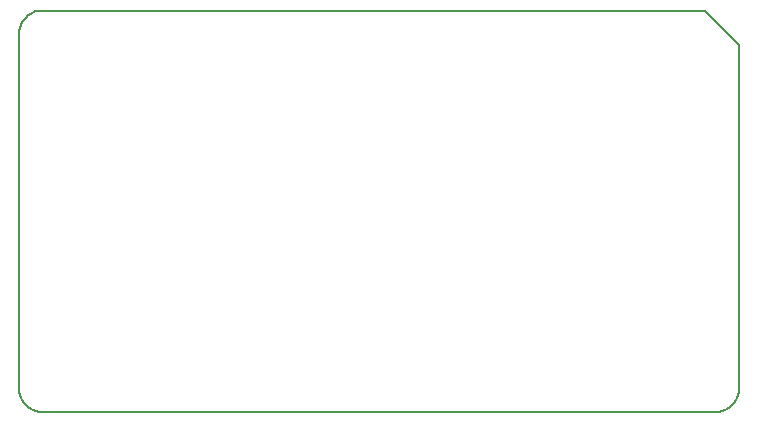
<source format=gko>
G04*
G04 #@! TF.GenerationSoftware,Altium Limited,Altium Designer,23.5.1 (21)*
G04*
G04 Layer_Color=16711935*
%FSLAX44Y44*%
%MOMM*%
G71*
G04*
G04 #@! TF.SameCoordinates,0C852D97-15EF-43E7-8D4E-587EAF6ACFB3*
G04*
G04*
G04 #@! TF.FilePolarity,Positive*
G04*
G01*
G75*
%ADD15C,0.1270*%
D15*
X-1270Y318730D02*
X-3880Y318559D01*
X-6446Y318049D01*
X-8924Y317208D01*
X-11270Y316051D01*
X-13445Y314597D01*
X-15412Y312872D01*
X-17137Y310905D01*
X-18591Y308730D01*
X-19748Y306384D01*
X-20589Y303906D01*
X-21099Y301341D01*
X-21270Y298730D01*
X568730Y-21270D02*
X571340Y-21099D01*
X573906Y-20588D01*
X576384Y-19748D01*
X578730Y-18590D01*
X580905Y-17137D01*
X582872Y-15412D01*
X584597Y-13445D01*
X586050Y-11270D01*
X587208Y-8924D01*
X588049Y-6446D01*
X588559Y-3880D01*
X588730Y-1270D01*
X-21270D02*
X-21099Y-3880D01*
X-20589Y-6446D01*
X-19748Y-8924D01*
X-18591Y-11270D01*
X-17137Y-13445D01*
X-15412Y-15412D01*
X-13445Y-17137D01*
X-11270Y-18590D01*
X-8924Y-19748D01*
X-6446Y-20588D01*
X-3880Y-21099D01*
X-1270Y-21270D01*
X559495Y318730D02*
X581128Y297098D01*
X-21270Y-1270D02*
Y298730D01*
X-1270Y318730D02*
X559495D01*
X581128Y297098D02*
X588730Y289496D01*
Y-1270D02*
Y289496D01*
X-1270Y-21270D02*
X568730Y-21270D01*
M02*

</source>
